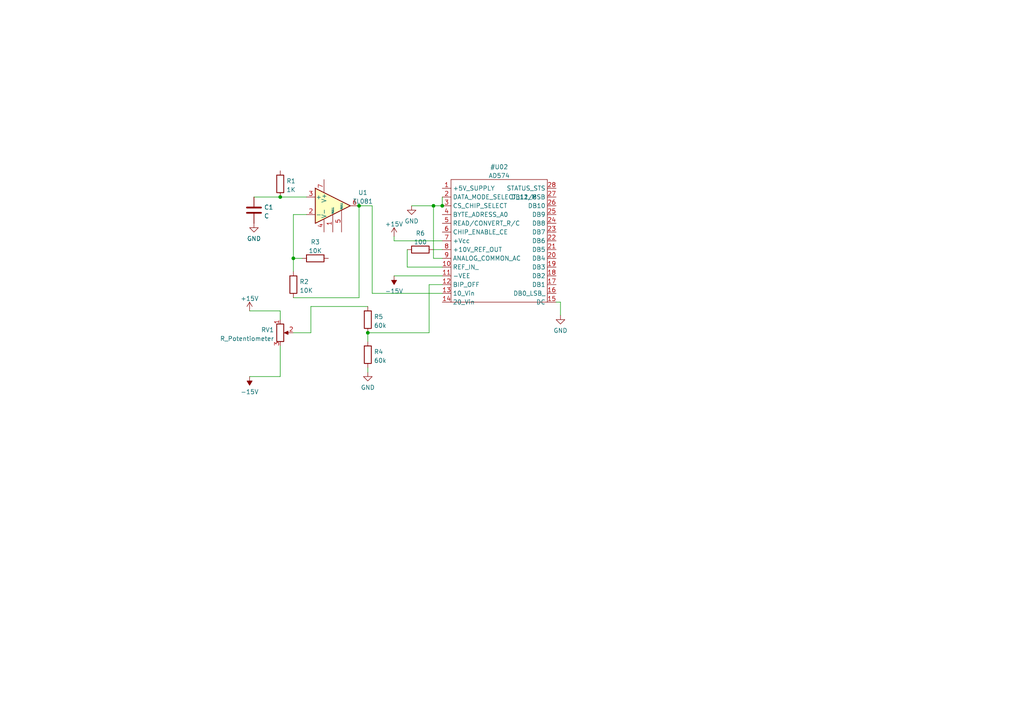
<source format=kicad_sch>
(kicad_sch (version 20211123) (generator eeschema)
  (paper "A4")
  (lib_symbols
    (symbol "Amplifier_Operational:TL081" (pin_names (offset 0.127))
      (property "Reference" "U" (at 0 6.35 0))
      (property "Value" "TL081" (at 0 3.81 0))
      (symbol "TL081_0_1"
        (polyline (pts (xy -5.08 5.08) (xy 5.08 0) (xy -5.08 -5.08) (xy -5.08 5.08)) (stroke (width 0.254)) (fill (type background)))
      )
      (symbol "TL081_1_1"
        (pin input line (at 0 -7.62 90) (length 5.08) (name "NULL") (number "1"))
        (pin input line (at -7.62 -2.54 0) (length 2.54) (name "-") (number "2"))
        (pin input line (at -7.62 2.54 0) (length 2.54) (name "+") (number "3"))
        (pin power_in line (at -2.54 -7.62 90) (length 3.81) (name "V-") (number "4"))
        (pin input line (at 2.54 -7.62 90) (length 6.35) (name "NULL") (number "5"))
        (pin output line (at 7.62 0 180) (length 2.54) (name "~") (number "6"))
        (pin power_in line (at -2.54 7.62 270) (length 3.81) (name "V+") (number "7"))
        (pin no_connect line (at 0 2.54 270) (length 2.54) hide (name "NC") (number "8"))
      )
    )
    (symbol "Device:C" (pin_numbers hide) (pin_names (offset 0.254))
      (property "Reference" "C" (at 0.635 2.54 0))
      (property "Value" "C" (at 0.635 -2.54 0))
      (symbol "C_0_1"
        (polyline (pts (xy -2.032 -0.762) (xy 2.032 -0.762)) (stroke (width 0.508)))
        (polyline (pts (xy -2.032 0.762) (xy 2.032 0.762)) (stroke (width 0.508)))
      )
      (symbol "C_1_1"
        (pin passive line (at 0 3.81 270) (length 2.794) (name "~") (number "1"))
        (pin passive line (at 0 -3.81 90) (length 2.794) (name "~") (number "2"))
      )
    )
    (symbol "Device:R" (pin_numbers hide) (pin_names (offset 0))
      (property "Reference" "R" (at 2.032 0 90))
      (property "Value" "R" (at 0 0 90))
      (symbol "R_0_1"
        (rectangle (start -1.016 -2.54) (end 1.016 2.54) (stroke (width 0.254)))
      )
      (symbol "R_1_1"
        (pin passive line (at 0 3.81 270) (length 1.27) (name "~") (number "1"))
        (pin passive line (at 0 -3.81 90) (length 1.27) (name "~") (number "2"))
      )
    )
    (symbol "Device:R_Potentiometer" (pin_names (offset 1.016) hide)
      (property "Reference" "RV" (at -4.445 0 90))
      (property "Value" "R_Potentiometer" (at -2.54 0 90))
      (symbol "R_Potentiometer_0_1"
        (polyline (pts (xy 2.54 0) (xy 1.524 0)))
        (polyline (pts (xy 1.143 0) (xy 2.286 0.508) (xy 2.286 -0.508) (xy 1.143 0)) (fill (type outline)))
        (rectangle (start 1.016 2.54) (end -1.016 -2.54) (stroke (width 0.254)))
      )
      (symbol "R_Potentiometer_1_1"
        (pin passive line (at 0 3.81 270) (length 1.27) (name "1") (number "1"))
        (pin passive line (at 3.81 0 180) (length 1.27) (name "2") (number "2"))
        (pin passive line (at 0 -3.81 90) (length 1.27) (name "3") (number "3"))
      )
    )
    (symbol "ad574:AD574" (power) (in_bom no) (on_board no)
      (property "Reference" "U" (at 12.319 -13.7922 0))
      (property "Value" "AD574" (at 12.9032 -11.0236 0))
      (symbol "AD574_0_1"
        (rectangle (start 27.94 -17.78) (end 0 17.78) (stroke (width 0.1524)))
      )
      (symbol "AD574_1_1"
        (pin input line (at -2.54 15.24 0) (length 2.54) (name "+5V_SUPPLY") (number "1"))
        (pin input line (at -2.54 -7.62 0) (length 2.54) (name "REF_IN_") (number "10"))
        (pin input line (at -2.54 -10.16 0) (length 2.54) (name "-VEE") (number "11"))
        (pin input line (at -2.54 -12.7 0) (length 2.54) (name "BIP_OFF") (number "12"))
        (pin input line (at -2.54 -15.24 0) (length 2.54) (name "10_Vin") (number "13"))
        (pin input line (at -2.54 -17.78 0) (length 2.54) (name "20_Vin") (number "14"))
        (pin output line (at 30.48 -17.78 180) (length 2.54) (name "DC") (number "15"))
        (pin output line (at 30.48 -15.24 180) (length 2.54) (name "DB0_LSB_") (number "16"))
        (pin output line (at 30.48 -12.7 180) (length 2.54) (name "DB1") (number "17"))
        (pin output line (at 30.48 -10.16 180) (length 2.54) (name "DB2") (number "18"))
        (pin output line (at 30.48 -7.62 180) (length 2.54) (name "DB3") (number "19"))
        (pin input line (at -2.54 12.7 0) (length 2.54) (name "DATA_MODE_SELECT_12/8") (number "2"))
        (pin output line (at 30.48 -5.08 180) (length 2.54) (name "DB4") (number "20"))
        (pin output line (at 30.48 -2.54 180) (length 2.54) (name "DB5") (number "21"))
        (pin output line (at 30.48 0 180) (length 2.54) (name "DB6") (number "22"))
        (pin output line (at 30.48 2.54 180) (length 2.54) (name "DB7") (number "23"))
        (pin output line (at 30.48 5.08 180) (length 2.54) (name "DB8") (number "24"))
        (pin output line (at 30.48 7.62 180) (length 2.54) (name "DB9") (number "25"))
        (pin output line (at 30.48 10.16 180) (length 2.54) (name "DB10") (number "26"))
        (pin output line (at 30.48 12.7 180) (length 2.54) (name "DB11_MSB") (number "27"))
        (pin output line (at 30.48 15.24 180) (length 2.54) (name "STATUS_STS") (number "28"))
        (pin input line (at -2.54 10.16 0) (length 2.54) (name "CS_CHIP_SELECT") (number "3"))
        (pin input line (at -2.54 7.62 0) (length 2.54) (name "BYTE_ADRESS_A0") (number "4"))
        (pin input line (at -2.54 5.08 0) (length 2.54) (name "READ/CONVERT_R/C") (number "5"))
        (pin input line (at -2.54 2.54 0) (length 2.54) (name "CHIP_ENABLE_CE") (number "6"))
        (pin input line (at -2.54 0 0) (length 2.54) (name "+Vcc") (number "7"))
        (pin input line (at -2.54 -2.54 0) (length 2.54) (name "+10V_REF_OUT") (number "8"))
        (pin input line (at -2.54 -5.08 0) (length 2.54) (name "ANALOG_COMMON_AC") (number "9"))
      )
    )
    (symbol "power:+15V" (power) (pin_names (offset 0))
      (property "Value" "+15V" (at 0 3.556 0))
      (symbol "+15V_0_1"
        (polyline (pts (xy -0.762 1.27) (xy 0 2.54)))
        (polyline (pts (xy 0 0) (xy 0 2.54)))
        (polyline (pts (xy 0 2.54) (xy 0.762 1.27)))
      )
      (symbol "+15V_1_1"
        (pin power_in line (at 0 0 90) (length 0) hide (name "+15V") (number "1"))
      )
    )
    (symbol "power:-15V" (power) (pin_names (offset 0))
      (property "Value" "-15V" (at 0 3.81 0))
      (symbol "-15V_0_0"
        (pin power_in line (at 0 0 90) (length 0) hide (name "-15V") (number "1"))
      )
      (symbol "-15V_0_1"
        (polyline (pts (xy 0 0) (xy 0 1.27) (xy 0.762 1.27) (xy 0 2.54) (xy -0.762 1.27) (xy 0 1.27)) (fill (type outline)))
      )
    )
    (symbol "power:GND" (power) (pin_names (offset 0))
      (property "Value" "GND" (at 0 -3.81 0))
      (symbol "GND_0_1"
        (polyline (pts (xy 0 0) (xy 0 -1.27) (xy 1.27 -1.27) (xy 0 -2.54) (xy -1.27 -1.27) (xy 0 -1.27)))
      )
      (symbol "GND_1_1"
        (pin power_in line (at 0 0 270) (length 0) hide (name "GND") (number "1"))
      )
    )
  )
  (junction (at 104.14 59.69))
  (junction (at 85.09 74.93))
  (junction (at 81.28 57.15))
  (junction (at 106.68 96.52))
  (junction (at 128.27 59.69))
  (junction (at 125.73 59.69))
  (wire (pts (xy 118.11 72.39) (xy 118.11 77.47)))
  (wire (pts (xy 114.3 80.01) (xy 128.27 80.01)))
  (wire (pts (xy 90.17 96.52) (xy 90.17 88.9)))
  (wire (pts (xy 88.9 62.23) (xy 85.09 62.23)))
  (wire (pts (xy 72.39 90.17) (xy 81.28 90.17)))
  (wire (pts (xy 125.73 59.69) (xy 128.27 59.69)))
  (wire (pts (xy 72.39 109.22) (xy 81.28 109.22)))
  (wire (pts (xy 128.27 57.15) (xy 128.27 59.69)))
  (wire (pts (xy 85.09 96.52) (xy 90.17 96.52)))
  (wire (pts (xy 107.95 59.69) (xy 107.95 85.09)))
  (wire (pts (xy 85.09 62.23) (xy 85.09 74.93)))
  (wire (pts (xy 119.38 59.69) (xy 125.73 59.69)))
  (wire (pts (xy 85.09 74.93) (xy 87.63 74.93)))
  (wire (pts (xy 125.73 59.69) (xy 125.73 74.93)))
  (wire (pts (xy 81.28 109.22) (xy 81.28 100.33)))
  (wire (pts (xy 104.14 59.69) (xy 104.14 86.36)))
  (wire (pts (xy 106.68 96.52) (xy 106.68 99.06)))
  (wire (pts (xy 124.46 96.52) (xy 124.46 82.55)))
  (wire (pts (xy 106.68 96.52) (xy 124.46 96.52)))
  (wire (pts (xy 124.46 82.55) (xy 128.27 82.55)))
  (wire (pts (xy 81.28 57.15) (xy 88.9 57.15)))
  (wire (pts (xy 128.27 69.85) (xy 114.3 69.85)))
  (wire (pts (xy 106.68 106.68) (xy 106.68 107.95)))
  (wire (pts (xy 104.14 59.69) (xy 107.95 59.69)))
  (wire (pts (xy 161.29 87.63) (xy 162.56 87.63)))
  (wire (pts (xy 107.95 85.09) (xy 128.27 85.09)))
  (wire (pts (xy 81.28 90.17) (xy 81.28 92.71)))
  (wire (pts (xy 114.3 69.85) (xy 114.3 68.58)))
  (wire (pts (xy 162.56 87.63) (xy 162.56 91.44)))
  (wire (pts (xy 118.11 77.47) (xy 128.27 77.47)))
  (wire (pts (xy 104.14 86.36) (xy 85.09 86.36)))
  (wire (pts (xy 125.73 74.93) (xy 128.27 74.93)))
  (wire (pts (xy 125.73 72.39) (xy 128.27 72.39)))
  (wire (pts (xy 85.09 74.93) (xy 85.09 78.74)))
  (wire (pts (xy 73.66 57.15) (xy 81.28 57.15)))
  (wire (pts (xy 90.17 88.9) (xy 106.68 88.9)))
  (symbol (lib_id "Device:R") (at 91.44 74.93 90) (unit 1)
    (property "Reference" "R3" (at 91.44 70.2142 90))
    (property "Value" "10K" (at 91.44 72.7511 90))
  )
  (symbol (lib_id "Device:R") (at 81.28 53.34 180) (unit 1)
    (property "Reference" "R1" (at 83.058 52.5053 0) (effects (justify right)))
    (property "Value" "1K" (at 83.058 55.0422 0) (effects (justify right)))
  )
  (symbol (lib_id "power:GND") (at 162.56 91.44 0) (unit 1)
    (property "Reference" "#PWR?" (effects hide))
    (property "Value" "GND" (at 162.56 95.8834 0))
  )
  (symbol (lib_id "ad574:AD574") (at 130.81 69.85 0) (unit 1) (in_bom no) (on_board no)
    (property "Reference" "U02" (at 144.78 48.421 0))
    (property "Value" "AD574" (at 144.78 50.9579 0))
    (property "Footprint" "AD574:AD574" (effects hide))
  )
  (symbol (lib_id "Device:R") (at 85.09 82.55 180) (unit 1)
    (property "Reference" "R2" (at 86.868 81.7153 0) (effects (justify right)))
    (property "Value" "10K" (at 86.868 84.2522 0) (effects (justify right)))
  )
  (symbol (lib_id "power:-15V") (at 72.39 109.22 180) (unit 1)
    (property "Reference" "#PWR03" (effects hide))
    (property "Value" "-15V" (at 72.39 113.6634 0))
  )
  (symbol (lib_id "Amplifier_Operational:TL081") (at 96.52 59.69 0) (unit 1)
    (property "Reference" "U1" (at 105.2535 55.8633 0))
    (property "Value" "TL081" (at 105.2535 58.4002 0))
    (property "Datasheet" "http://www.ti.com/lit/ds/symlink/tl081.pdf" (effects hide))
  )
  (symbol (lib_id "power:+15V") (at 114.3 68.58 0) (unit 1)
    (property "Reference" "#PWR?" (effects hide))
    (property "Value" "+15V" (at 114.3 65.0042 0))
  )
  (symbol (lib_id "Device:R") (at 121.92 72.39 270) (unit 1)
    (property "Reference" "R6" (at 121.92 67.6742 90))
    (property "Value" "100" (at 121.92 70.2111 90))
  )
  (symbol (lib_id "Device:R_Potentiometer") (at 81.28 96.52 0) (unit 1)
    (property "Reference" "RV1" (at 79.5021 95.6853 0) (effects (justify right)))
    (property "Value" "R_Potentiometer" (at 79.5021 98.2222 0) (effects (justify right)))
  )
  (symbol (lib_id "Device:R") (at 106.68 102.87 180) (unit 1)
    (property "Reference" "R4" (at 108.458 102.0353 0) (effects (justify right)))
    (property "Value" "60k" (at 108.458 104.5722 0) (effects (justify right)))
  )
  (symbol (lib_id "power:GND") (at 106.68 107.95 0) (unit 1)
    (property "Reference" "#PWR04" (effects hide))
    (property "Value" "GND" (at 106.68 112.3934 0))
  )
  (symbol (lib_id "power:GND") (at 119.38 59.69 0) (unit 1)
    (property "Reference" "#PWR?" (effects hide))
    (property "Value" "GND" (at 119.38 64.1334 0))
  )
  (symbol (lib_id "power:+15V") (at 72.39 90.17 0) (unit 1)
    (property "Reference" "#PWR02" (effects hide))
    (property "Value" "+15V" (at 72.39 86.5942 0))
  )
  (symbol (lib_id "power:GND") (at 73.66 64.77 0) (unit 1)
    (property "Reference" "#PWR01" (effects hide))
    (property "Value" "GND" (at 73.66 69.2134 0))
  )
  (symbol (lib_id "Device:C") (at 73.66 60.96 0) (unit 1)
    (property "Reference" "C1" (at 76.581 60.1253 0) (effects (justify left)))
    (property "Value" "C" (at 76.581 62.6622 0) (effects (justify left)))
  )
  (symbol (lib_id "Device:R") (at 106.68 92.71 180) (unit 1)
    (property "Reference" "R5" (at 108.458 91.8753 0) (effects (justify right)))
    (property "Value" "60k" (at 108.458 94.4122 0) (effects (justify right)))
  )
  (symbol (lib_id "power:-15V") (at 114.3 80.01 180) (unit 1)
    (property "Reference" "#PWR?" (effects hide))
    (property "Value" "-15V" (at 114.3 84.4534 0))
  )
)
</source>
